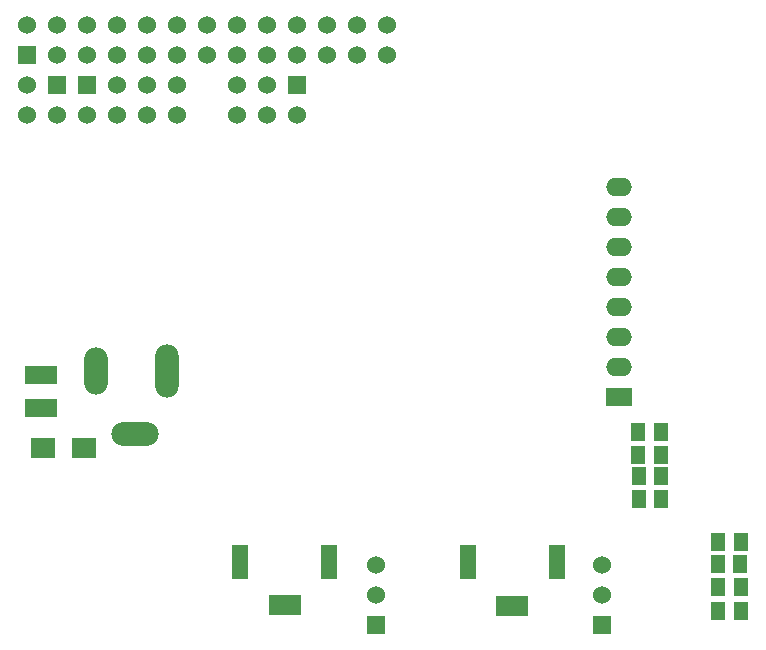
<source format=gbs>
G04 (created by PCBNEW (2013-08-20 BZR 4294)-product) date 9/16/2013 9:24:49 PM*
%MOIN*%
G04 Gerber Fmt 3.4, Leading zero omitted, Abs format*
%FSLAX34Y34*%
G01*
G70*
G90*
G04 APERTURE LIST*
%ADD10C,0.001000*%
%ADD11R,0.055318X0.114373*%
%ADD12R,0.110436X0.071066*%
%ADD13R,0.060200X0.060200*%
%ADD14C,0.060200*%
%ADD15R,0.086800X0.060200*%
%ADD16O,0.086800X0.060200*%
%ADD17R,0.051400X0.059200*%
%ADD18R,0.082900X0.067100*%
%ADD19R,0.106200X0.063200*%
%ADD20O,0.157700X0.078900*%
%ADD21O,0.078900X0.157700*%
%ADD22O,0.078900X0.177400*%
G04 APERTURE END LIST*
G54D10*
G54D11*
X83031Y-62696D03*
G54D12*
X81555Y-64153D03*
G54D11*
X80078Y-62696D03*
X75440Y-62673D03*
G54D12*
X73964Y-64129D03*
G54D11*
X72488Y-62673D03*
G54D13*
X65385Y-45776D03*
G54D14*
X65385Y-44776D03*
X66385Y-45776D03*
X66385Y-44776D03*
X67385Y-45776D03*
X67385Y-44776D03*
X68385Y-45776D03*
X68385Y-44776D03*
X69385Y-45776D03*
X69385Y-44776D03*
X70385Y-45776D03*
X70385Y-44776D03*
X71385Y-45776D03*
X71385Y-44776D03*
X72385Y-45776D03*
X72385Y-44776D03*
X73385Y-45776D03*
X73385Y-44776D03*
X74385Y-45776D03*
X74385Y-44776D03*
X75385Y-45776D03*
X75385Y-44776D03*
X76385Y-45776D03*
X76385Y-44776D03*
X77385Y-45776D03*
X77385Y-44776D03*
G54D15*
X85118Y-57181D03*
G54D16*
X85118Y-56181D03*
X85118Y-55181D03*
X85118Y-54181D03*
X85118Y-53181D03*
X85118Y-52181D03*
X85118Y-51181D03*
X85118Y-50181D03*
G54D17*
X85760Y-60584D03*
X86510Y-60584D03*
X88412Y-62000D03*
X89162Y-62000D03*
G54D13*
X74380Y-46780D03*
G54D14*
X74380Y-47780D03*
X73380Y-46780D03*
X73380Y-47780D03*
X72380Y-46780D03*
X72380Y-47780D03*
G54D17*
X86502Y-58352D03*
X85752Y-58352D03*
X89154Y-62763D03*
X88404Y-62763D03*
X85764Y-59805D03*
X86514Y-59805D03*
X88412Y-64303D03*
X89162Y-64303D03*
G54D18*
X65917Y-58870D03*
X67279Y-58870D03*
G54D19*
X65850Y-56450D03*
X65850Y-57550D03*
G54D13*
X67388Y-46781D03*
G54D14*
X67388Y-47781D03*
X68388Y-46781D03*
X68388Y-47781D03*
X69388Y-46781D03*
X69388Y-47781D03*
X70388Y-46781D03*
X70388Y-47781D03*
G54D13*
X66385Y-46775D03*
G54D14*
X66385Y-47775D03*
X65385Y-46775D03*
X65385Y-47775D03*
G54D13*
X77000Y-64799D03*
G54D14*
X77000Y-63799D03*
X77000Y-62799D03*
G54D13*
X84555Y-64795D03*
G54D14*
X84555Y-63795D03*
X84555Y-62795D03*
G54D17*
X86502Y-59104D03*
X85752Y-59104D03*
X89162Y-63531D03*
X88412Y-63531D03*
G54D20*
X68968Y-58413D03*
G54D21*
X67688Y-56326D03*
G54D22*
X70051Y-56326D03*
M02*

</source>
